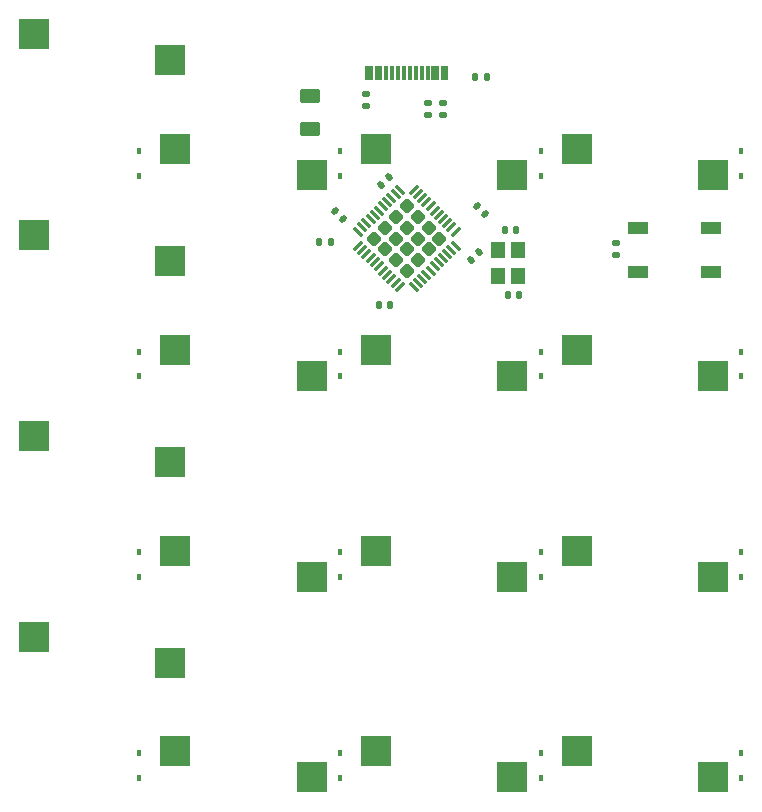
<source format=gbr>
%TF.GenerationSoftware,KiCad,Pcbnew,(6.0.4-0)*%
%TF.CreationDate,2023-01-14T23:55:12-06:00*%
%TF.ProjectId,kowgary16_cfx,6b6f7767-6172-4793-9136-5f6366782e6b,rev?*%
%TF.SameCoordinates,Original*%
%TF.FileFunction,Paste,Bot*%
%TF.FilePolarity,Positive*%
%FSLAX46Y46*%
G04 Gerber Fmt 4.6, Leading zero omitted, Abs format (unit mm)*
G04 Created by KiCad (PCBNEW (6.0.4-0)) date 2023-01-14 23:55:12*
%MOMM*%
%LPD*%
G01*
G04 APERTURE LIST*
G04 Aperture macros list*
%AMRoundRect*
0 Rectangle with rounded corners*
0 $1 Rounding radius*
0 $2 $3 $4 $5 $6 $7 $8 $9 X,Y pos of 4 corners*
0 Add a 4 corners polygon primitive as box body*
4,1,4,$2,$3,$4,$5,$6,$7,$8,$9,$2,$3,0*
0 Add four circle primitives for the rounded corners*
1,1,$1+$1,$2,$3*
1,1,$1+$1,$4,$5*
1,1,$1+$1,$6,$7*
1,1,$1+$1,$8,$9*
0 Add four rect primitives between the rounded corners*
20,1,$1+$1,$2,$3,$4,$5,0*
20,1,$1+$1,$4,$5,$6,$7,0*
20,1,$1+$1,$6,$7,$8,$9,0*
20,1,$1+$1,$8,$9,$2,$3,0*%
G04 Aperture macros list end*
%ADD10R,2.600000X2.600000*%
%ADD11R,0.450000X0.600000*%
%ADD12RoundRect,0.140000X0.219203X0.021213X0.021213X0.219203X-0.219203X-0.021213X-0.021213X-0.219203X0*%
%ADD13RoundRect,0.135000X-0.185000X0.135000X-0.185000X-0.135000X0.185000X-0.135000X0.185000X0.135000X0*%
%ADD14RoundRect,0.140000X0.021213X-0.219203X0.219203X-0.021213X-0.021213X0.219203X-0.219203X0.021213X0*%
%ADD15RoundRect,0.250000X0.000000X0.388909X-0.388909X0.000000X0.000000X-0.388909X0.388909X0.000000X0*%
%ADD16RoundRect,0.062500X0.291682X0.380070X-0.380070X-0.291682X-0.291682X-0.380070X0.380070X0.291682X0*%
%ADD17RoundRect,0.062500X-0.291682X0.380070X-0.380070X0.291682X0.291682X-0.380070X0.380070X-0.291682X0*%
%ADD18RoundRect,0.140000X-0.140000X-0.170000X0.140000X-0.170000X0.140000X0.170000X-0.140000X0.170000X0*%
%ADD19R,1.200000X1.400000*%
%ADD20RoundRect,0.140000X-0.021213X0.219203X-0.219203X0.021213X0.021213X-0.219203X0.219203X-0.021213X0*%
%ADD21RoundRect,0.135000X0.135000X0.185000X-0.135000X0.185000X-0.135000X-0.185000X0.135000X-0.185000X0*%
%ADD22R,1.800000X1.100000*%
%ADD23RoundRect,0.135000X-0.135000X-0.185000X0.135000X-0.185000X0.135000X0.185000X-0.135000X0.185000X0*%
%ADD24RoundRect,0.140000X0.140000X0.170000X-0.140000X0.170000X-0.140000X-0.170000X0.140000X-0.170000X0*%
%ADD25R,0.300000X1.150000*%
%ADD26RoundRect,0.250000X-0.625000X0.375000X-0.625000X-0.375000X0.625000X-0.375000X0.625000X0.375000X0*%
%ADD27RoundRect,0.140000X-0.219203X-0.021213X-0.021213X-0.219203X0.219203X0.021213X0.021213X0.219203X0*%
G04 APERTURE END LIST*
D10*
%TO.C,SW23*%
X120149945Y-63324973D03*
X108599945Y-61124973D03*
%TD*%
%TO.C,SW13*%
X120149945Y-46324981D03*
X108599945Y-44124981D03*
%TD*%
%TO.C,SW4*%
X137149937Y-29324989D03*
X125599937Y-27124989D03*
%TD*%
%TO.C,SW1*%
X79599961Y-17424989D03*
X91149961Y-19624989D03*
%TD*%
%TO.C,SW34*%
X137149937Y-80324965D03*
X125599937Y-78124965D03*
%TD*%
%TO.C,SW33*%
X120149945Y-80324965D03*
X108599945Y-78124965D03*
%TD*%
%TO.C,SW24*%
X137149937Y-63324973D03*
X125599937Y-61124973D03*
%TD*%
%TO.C,SW32*%
X103149953Y-80324965D03*
X91599953Y-78124965D03*
%TD*%
%TO.C,SW31*%
X79599961Y-68424965D03*
X91149961Y-70624965D03*
%TD*%
%TO.C,SW3*%
X120149945Y-29324989D03*
X108599945Y-27124989D03*
%TD*%
%TO.C,SW14*%
X137149937Y-46324981D03*
X125599937Y-44124981D03*
%TD*%
%TO.C,SW21*%
X79599961Y-51424973D03*
X91149961Y-53624973D03*
%TD*%
%TO.C,SW2*%
X103149953Y-29324989D03*
X91599953Y-27124989D03*
%TD*%
%TO.C,SW12*%
X103149953Y-46324981D03*
X91599953Y-44124981D03*
%TD*%
%TO.C,SW22*%
X103149953Y-63324973D03*
X91599953Y-61124973D03*
%TD*%
%TO.C,SW11*%
X79599961Y-34424981D03*
X91149961Y-36624981D03*
%TD*%
D11*
%TO.C,D31*%
X88541625Y-78283296D03*
X88541625Y-80383296D03*
%TD*%
%TO.C,D34*%
X139541601Y-78283296D03*
X139541601Y-80383296D03*
%TD*%
D12*
%TO.C,C5*%
X105839411Y-33089411D03*
X105160589Y-32410589D03*
%TD*%
D13*
%TO.C,R4*%
X114250000Y-23240000D03*
X114250000Y-24260000D03*
%TD*%
D11*
%TO.C,D11*%
X88541625Y-44283312D03*
X88541625Y-46383312D03*
%TD*%
%TO.C,D22*%
X105541617Y-61283304D03*
X105541617Y-63383304D03*
%TD*%
%TO.C,D24*%
X139541601Y-61283304D03*
X139541601Y-63383304D03*
%TD*%
D14*
%TO.C,C4*%
X116660589Y-36539411D03*
X117339411Y-35860589D03*
%TD*%
D15*
%TO.C,U1*%
X108450565Y-34708317D03*
X111208281Y-35627556D03*
X111208281Y-31950601D03*
X111208281Y-37466033D03*
X109369803Y-35627556D03*
X112127520Y-32869839D03*
X110289042Y-32869839D03*
X110289042Y-36546795D03*
X111208281Y-33789078D03*
X113046759Y-33789078D03*
X113965997Y-34708317D03*
X110289042Y-34708317D03*
X112127520Y-34708317D03*
X113046759Y-35627556D03*
X112127520Y-36546795D03*
X109369803Y-33789078D03*
D16*
X111800483Y-30580581D03*
X112154036Y-30934135D03*
X112507590Y-31287688D03*
X112861143Y-31641241D03*
X113214696Y-31994795D03*
X113568250Y-32348348D03*
X113921803Y-32701902D03*
X114275357Y-33055455D03*
X114628910Y-33409008D03*
X114982463Y-33762562D03*
X115336017Y-34116115D03*
D17*
X115336017Y-35300519D03*
X114982463Y-35654072D03*
X114628910Y-36007626D03*
X114275357Y-36361179D03*
X113921803Y-36714732D03*
X113568250Y-37068286D03*
X113214696Y-37421839D03*
X112861143Y-37775393D03*
X112507590Y-38128946D03*
X112154036Y-38482499D03*
X111800483Y-38836053D03*
D16*
X110616079Y-38836053D03*
X110262526Y-38482499D03*
X109908972Y-38128946D03*
X109555419Y-37775393D03*
X109201866Y-37421839D03*
X108848312Y-37068286D03*
X108494759Y-36714732D03*
X108141205Y-36361179D03*
X107787652Y-36007626D03*
X107434099Y-35654072D03*
X107080545Y-35300519D03*
D17*
X107080545Y-34116115D03*
X107434099Y-33762562D03*
X107787652Y-33409008D03*
X108141205Y-33055455D03*
X108494759Y-32701902D03*
X108848312Y-32348348D03*
X109201866Y-31994795D03*
X109555419Y-31641241D03*
X109908972Y-31287688D03*
X110262526Y-30934135D03*
X110616079Y-30580581D03*
%TD*%
D11*
%TO.C,D4*%
X139541601Y-27283320D03*
X139541601Y-29383320D03*
%TD*%
%TO.C,D33*%
X122541609Y-78283296D03*
X122541609Y-80383296D03*
%TD*%
%TO.C,D21*%
X88541625Y-61283304D03*
X88541625Y-63383304D03*
%TD*%
D18*
%TO.C,C2*%
X119520000Y-34000000D03*
X120480000Y-34000000D03*
%TD*%
D19*
%TO.C,Y1*%
X118900000Y-37850000D03*
X118900000Y-35650000D03*
X120600000Y-35650000D03*
X120600000Y-37850000D03*
%TD*%
D11*
%TO.C,D32*%
X105541617Y-78283296D03*
X105541617Y-80383296D03*
%TD*%
D13*
%TO.C,R5*%
X113000000Y-23240000D03*
X113000000Y-24260000D03*
%TD*%
D11*
%TO.C,D14*%
X139541601Y-44283312D03*
X139541601Y-46383312D03*
%TD*%
D20*
%TO.C,C7*%
X109689411Y-29535589D03*
X109010589Y-30214411D03*
%TD*%
D21*
%TO.C,R6*%
X104760000Y-35000000D03*
X103740000Y-35000000D03*
%TD*%
D11*
%TO.C,D13*%
X122541609Y-44283312D03*
X122541609Y-46383312D03*
%TD*%
D22*
%TO.C,B1*%
X136940000Y-33820000D03*
X130740000Y-33820000D03*
X136940000Y-37520000D03*
X130740000Y-37520000D03*
%TD*%
D11*
%TO.C,D1*%
X88541625Y-27283320D03*
X88541625Y-29383320D03*
%TD*%
%TO.C,D3*%
X122541609Y-27283320D03*
X122541609Y-29383320D03*
%TD*%
D18*
%TO.C,C6*%
X108831615Y-40374981D03*
X109791615Y-40374981D03*
%TD*%
D23*
%TO.C,R3*%
X116990000Y-21000000D03*
X118010000Y-21000000D03*
%TD*%
D11*
%TO.C,D23*%
X122541609Y-61283304D03*
X122541609Y-63383304D03*
%TD*%
D24*
%TO.C,C1*%
X120730000Y-39500000D03*
X119770000Y-39500000D03*
%TD*%
D25*
%TO.C,J1*%
X107858281Y-20669992D03*
X108658281Y-20669992D03*
X109958281Y-20669992D03*
X110958281Y-20669992D03*
X111458281Y-20669992D03*
X112458281Y-20669992D03*
X113758281Y-20669992D03*
X114558281Y-20669992D03*
X114258281Y-20669992D03*
X113458281Y-20669992D03*
X112958281Y-20669992D03*
X111958281Y-20669992D03*
X110458281Y-20669992D03*
X109458281Y-20669992D03*
X108958281Y-20669992D03*
X108158281Y-20669992D03*
%TD*%
D11*
%TO.C,D12*%
X105541617Y-44283312D03*
X105541617Y-46383312D03*
%TD*%
D26*
%TO.C,F1*%
X103000000Y-22600000D03*
X103000000Y-25400000D03*
%TD*%
D27*
%TO.C,C3*%
X117140589Y-31980589D03*
X117819411Y-32659411D03*
%TD*%
D13*
%TO.C,R2*%
X107750000Y-22480000D03*
X107750000Y-23500000D03*
%TD*%
%TO.C,R1*%
X128950000Y-35100000D03*
X128950000Y-36120000D03*
%TD*%
D11*
%TO.C,D2*%
X105541617Y-27283320D03*
X105541617Y-29383320D03*
%TD*%
M02*

</source>
